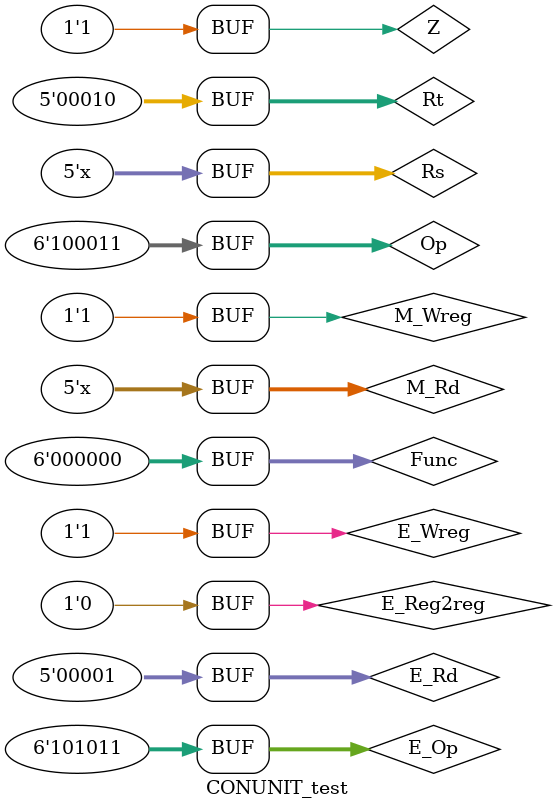
<source format=v>
`timescale 1ns / 1ps


module CONUNIT_test;
    reg [5:0]Op,Func,E_Op;
    reg Z;
    reg E_Wreg,M_Wreg,E_Reg2reg;
    reg [4:0]E_Rd,M_Rd,Rs,Rt;
    wire Regrt,Se,Wreg,Aluqb,Wmem,Reg2reg,stall,condep;
    wire [1:0]Pcsrc;
    wire [3:0]Aluc;
    wire shift;
    wire j;
    wire [1:0]FwdA,FwdB;
    CONUNIT u(E_Op,Op,Func,Z,Regrt,Se,Wreg,Aluqb,Aluc,Wmem,Pcsrc,Reg2reg,shift,j,Rs,Rt,E_Rd,M_Rd,E_Wreg,M_Wreg,FwdA,FwdB,E_Reg2reg,stall,condep);
    initial begin
        Op=6'b100011;
        Func=0;
        E_Op=6'b101011;
        Z=1;
        M_Wreg=1;
        E_Wreg=1;
        E_Reg2reg=0;
        E_Rd=1;
        Rs=1;
        M_Rd=2;
        Rt=2;
    end
    always #2 Rs=Rs+1;
    always #4 M_Rd=M_Rd+1;
endmodule

</source>
